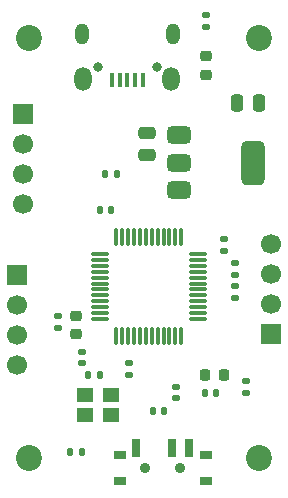
<source format=gbr>
%TF.GenerationSoftware,KiCad,Pcbnew,9.0.1*%
%TF.CreationDate,2025-04-19T10:59:12+01:00*%
%TF.ProjectId,firstkicadproject,66697273-746b-4696-9361-6470726f6a65,rev?*%
%TF.SameCoordinates,Original*%
%TF.FileFunction,Soldermask,Top*%
%TF.FilePolarity,Negative*%
%FSLAX46Y46*%
G04 Gerber Fmt 4.6, Leading zero omitted, Abs format (unit mm)*
G04 Created by KiCad (PCBNEW 9.0.1) date 2025-04-19 10:59:12*
%MOMM*%
%LPD*%
G01*
G04 APERTURE LIST*
G04 Aperture macros list*
%AMRoundRect*
0 Rectangle with rounded corners*
0 $1 Rounding radius*
0 $2 $3 $4 $5 $6 $7 $8 $9 X,Y pos of 4 corners*
0 Add a 4 corners polygon primitive as box body*
4,1,4,$2,$3,$4,$5,$6,$7,$8,$9,$2,$3,0*
0 Add four circle primitives for the rounded corners*
1,1,$1+$1,$2,$3*
1,1,$1+$1,$4,$5*
1,1,$1+$1,$6,$7*
1,1,$1+$1,$8,$9*
0 Add four rect primitives between the rounded corners*
20,1,$1+$1,$2,$3,$4,$5,0*
20,1,$1+$1,$4,$5,$6,$7,0*
20,1,$1+$1,$6,$7,$8,$9,0*
20,1,$1+$1,$8,$9,$2,$3,0*%
G04 Aperture macros list end*
%ADD10RoundRect,0.218750X-0.256250X0.218750X-0.256250X-0.218750X0.256250X-0.218750X0.256250X0.218750X0*%
%ADD11RoundRect,0.140000X-0.140000X-0.170000X0.140000X-0.170000X0.140000X0.170000X-0.140000X0.170000X0*%
%ADD12R,1.700000X1.700000*%
%ADD13C,1.700000*%
%ADD14RoundRect,0.135000X0.185000X-0.135000X0.185000X0.135000X-0.185000X0.135000X-0.185000X-0.135000X0*%
%ADD15RoundRect,0.140000X0.170000X-0.140000X0.170000X0.140000X-0.170000X0.140000X-0.170000X-0.140000X0*%
%ADD16RoundRect,0.218750X-0.218750X-0.256250X0.218750X-0.256250X0.218750X0.256250X-0.218750X0.256250X0*%
%ADD17RoundRect,0.135000X0.135000X0.185000X-0.135000X0.185000X-0.135000X-0.185000X0.135000X-0.185000X0*%
%ADD18RoundRect,0.140000X-0.170000X0.140000X-0.170000X-0.140000X0.170000X-0.140000X0.170000X0.140000X0*%
%ADD19C,2.200000*%
%ADD20RoundRect,0.225000X0.250000X-0.225000X0.250000X0.225000X-0.250000X0.225000X-0.250000X-0.225000X0*%
%ADD21RoundRect,0.250000X0.475000X-0.250000X0.475000X0.250000X-0.475000X0.250000X-0.475000X-0.250000X0*%
%ADD22RoundRect,0.375000X-0.625000X-0.375000X0.625000X-0.375000X0.625000X0.375000X-0.625000X0.375000X0*%
%ADD23RoundRect,0.500000X-0.500000X-1.400000X0.500000X-1.400000X0.500000X1.400000X-0.500000X1.400000X0*%
%ADD24RoundRect,0.075000X0.075000X-0.662500X0.075000X0.662500X-0.075000X0.662500X-0.075000X-0.662500X0*%
%ADD25RoundRect,0.075000X0.662500X-0.075000X0.662500X0.075000X-0.662500X0.075000X-0.662500X-0.075000X0*%
%ADD26RoundRect,0.250000X-0.250000X-0.475000X0.250000X-0.475000X0.250000X0.475000X-0.250000X0.475000X0*%
%ADD27R,1.400000X1.200000*%
%ADD28O,0.800000X0.800000*%
%ADD29R,0.450000X1.300000*%
%ADD30O,1.150000X1.800000*%
%ADD31O,1.450000X2.000000*%
%ADD32R,1.000000X0.800000*%
%ADD33C,0.900000*%
%ADD34R,0.700000X1.500000*%
%ADD35RoundRect,0.135000X-0.185000X0.135000X-0.185000X-0.135000X0.185000X-0.135000X0.185000X0.135000X0*%
%ADD36RoundRect,0.140000X0.140000X0.170000X-0.140000X0.170000X-0.140000X-0.170000X0.140000X-0.170000X0*%
G04 APERTURE END LIST*
D10*
%TO.C,D1*%
X84500000Y-43000000D03*
X84500000Y-44575000D03*
%TD*%
D11*
%TO.C,C2*%
X75540000Y-56000000D03*
X76500000Y-56000000D03*
%TD*%
D12*
%TO.C,J3*%
X68500000Y-61500000D03*
D13*
X68500000Y-64040000D03*
X68500000Y-66580000D03*
X68500000Y-69120000D03*
%TD*%
D12*
%TO.C,J2*%
X69000000Y-47880000D03*
D13*
X69000000Y-50420000D03*
X69000000Y-52960000D03*
X69000000Y-55500000D03*
%TD*%
D14*
%TO.C,R3*%
X84500000Y-40500000D03*
X84500000Y-39480000D03*
%TD*%
D15*
%TO.C,C1*%
X72000000Y-65980000D03*
X72000000Y-65020000D03*
%TD*%
D16*
%TO.C,FB1*%
X84425000Y-70000000D03*
X86000000Y-70000000D03*
%TD*%
D11*
%TO.C,C9*%
X80020000Y-73000000D03*
X80980000Y-73000000D03*
%TD*%
%TO.C,C7*%
X84425000Y-71500000D03*
X85385000Y-71500000D03*
%TD*%
D17*
%TO.C,R2*%
X77000000Y-53000000D03*
X75980000Y-53000000D03*
%TD*%
D14*
%TO.C,R4*%
X87000000Y-63510000D03*
X87000000Y-62490000D03*
%TD*%
D18*
%TO.C,C10*%
X78000000Y-69000000D03*
X78000000Y-69960000D03*
%TD*%
D19*
%TO.C,H4*%
X69500000Y-77000000D03*
%TD*%
D17*
%TO.C,R1*%
X74000000Y-76500000D03*
X72980000Y-76500000D03*
%TD*%
D20*
%TO.C,C5*%
X73500000Y-66550000D03*
X73500000Y-65000000D03*
%TD*%
D21*
%TO.C,C12*%
X79500000Y-51400000D03*
X79500000Y-49500000D03*
%TD*%
D22*
%TO.C,U2*%
X82200000Y-49700000D03*
X82200000Y-52000000D03*
D23*
X88500000Y-52000000D03*
D22*
X82200000Y-54300000D03*
%TD*%
D18*
%TO.C,C8*%
X87925000Y-70520000D03*
X87925000Y-71480000D03*
%TD*%
D24*
%TO.C,U1*%
X76912500Y-66662500D03*
X77412500Y-66662500D03*
X77912500Y-66662500D03*
X78412500Y-66662500D03*
X78912500Y-66662500D03*
X79412500Y-66662500D03*
X79912500Y-66662500D03*
X80412500Y-66662500D03*
X80912500Y-66662500D03*
X81412500Y-66662500D03*
X81912500Y-66662500D03*
X82412500Y-66662500D03*
D25*
X83825000Y-65250000D03*
X83825000Y-64750000D03*
X83825000Y-64250000D03*
X83825000Y-63750000D03*
X83825000Y-63250000D03*
X83825000Y-62750000D03*
X83825000Y-62250000D03*
X83825000Y-61750000D03*
X83825000Y-61250000D03*
X83825000Y-60750000D03*
X83825000Y-60250000D03*
X83825000Y-59750000D03*
D24*
X82412500Y-58337500D03*
X81912500Y-58337500D03*
X81412500Y-58337500D03*
X80912500Y-58337500D03*
X80412500Y-58337500D03*
X79912500Y-58337500D03*
X79412500Y-58337500D03*
X78912500Y-58337500D03*
X78412500Y-58337500D03*
X77912500Y-58337500D03*
X77412500Y-58337500D03*
X76912500Y-58337500D03*
D25*
X75500000Y-59750000D03*
X75500000Y-60250000D03*
X75500000Y-60750000D03*
X75500000Y-61250000D03*
X75500000Y-61750000D03*
X75500000Y-62250000D03*
X75500000Y-62750000D03*
X75500000Y-63250000D03*
X75500000Y-63750000D03*
X75500000Y-64250000D03*
X75500000Y-64750000D03*
X75500000Y-65250000D03*
%TD*%
D19*
%TO.C,H2*%
X69500000Y-41500000D03*
%TD*%
D18*
%TO.C,C6*%
X82000000Y-71000000D03*
X82000000Y-71960000D03*
%TD*%
D26*
%TO.C,C13*%
X87100000Y-47000000D03*
X89000000Y-47000000D03*
%TD*%
D18*
%TO.C,C3*%
X86000000Y-58500000D03*
X86000000Y-59460000D03*
%TD*%
D19*
%TO.C,H3*%
X89000000Y-77000000D03*
%TD*%
D27*
%TO.C,Y1*%
X74300000Y-73350000D03*
X76500000Y-73350000D03*
X76500000Y-71650000D03*
X74300000Y-71650000D03*
%TD*%
D19*
%TO.C,H1*%
X89000000Y-41500000D03*
%TD*%
D28*
%TO.C,J1*%
X80350000Y-43900000D03*
X75350000Y-43900000D03*
D29*
X79150000Y-45000000D03*
X78500000Y-45000000D03*
X77850000Y-45000000D03*
X77200000Y-45000000D03*
X76550000Y-45000000D03*
D30*
X81725000Y-41150000D03*
D31*
X81575000Y-44950000D03*
X74125000Y-44950000D03*
D30*
X73975000Y-41150000D03*
%TD*%
D32*
%TO.C,SW1*%
X77200000Y-76790000D03*
X77200000Y-79000000D03*
D33*
X79350000Y-77900000D03*
X82350000Y-77900000D03*
D32*
X84500000Y-76790000D03*
X84500000Y-79000000D03*
D34*
X78600000Y-76140000D03*
X81600000Y-76140000D03*
X83100000Y-76140000D03*
%TD*%
D12*
%TO.C,J4*%
X90000000Y-66500000D03*
D13*
X90000000Y-63960000D03*
X90000000Y-61420000D03*
X90000000Y-58880000D03*
%TD*%
D18*
%TO.C,C4*%
X74000000Y-68020000D03*
X74000000Y-68980000D03*
%TD*%
D35*
%TO.C,R5*%
X87000000Y-60490000D03*
X87000000Y-61510000D03*
%TD*%
D36*
%TO.C,C11*%
X75500000Y-70000000D03*
X74540000Y-70000000D03*
%TD*%
M02*

</source>
